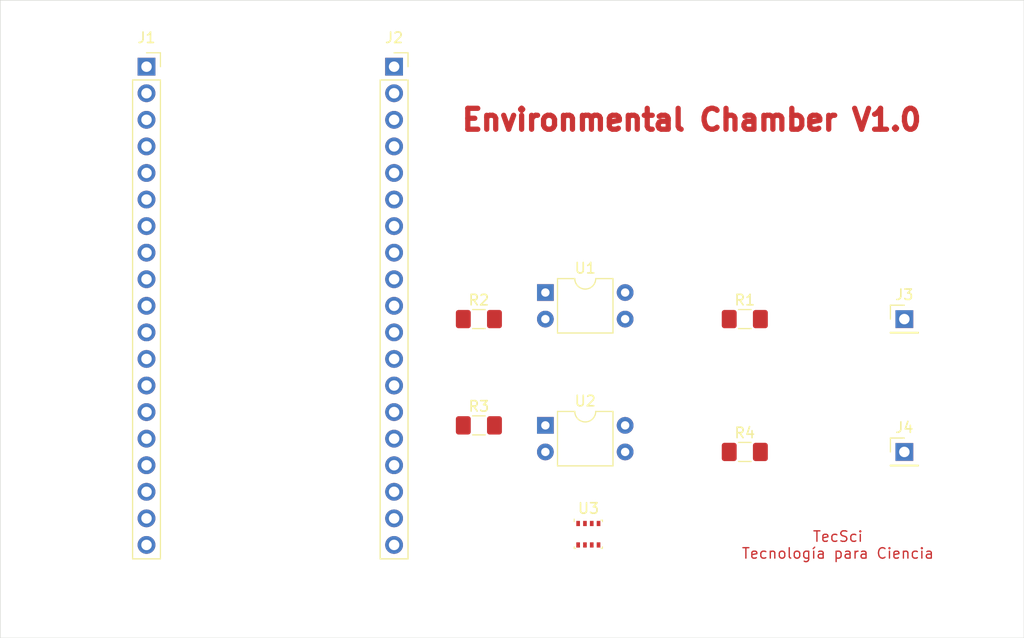
<source format=kicad_pcb>
(kicad_pcb (version 20171130) (host pcbnew "(5.1.4)-1")

  (general
    (thickness 1.6)
    (drawings 7)
    (tracks 0)
    (zones 0)
    (modules 11)
    (nets 50)
  )

  (page A4)
  (layers
    (0 F.Cu signal)
    (31 B.Cu signal)
    (32 B.Adhes user)
    (33 F.Adhes user)
    (34 B.Paste user)
    (35 F.Paste user)
    (36 B.SilkS user)
    (37 F.SilkS user)
    (38 B.Mask user)
    (39 F.Mask user)
    (40 Dwgs.User user)
    (41 Cmts.User user)
    (42 Eco1.User user)
    (43 Eco2.User user)
    (44 Edge.Cuts user)
    (45 Margin user)
    (46 B.CrtYd user)
    (47 F.CrtYd user)
    (48 B.Fab user)
    (49 F.Fab user)
  )

  (setup
    (last_trace_width 0.25)
    (trace_clearance 0.2)
    (zone_clearance 0.508)
    (zone_45_only no)
    (trace_min 0.2)
    (via_size 0.8)
    (via_drill 0.4)
    (via_min_size 0.4)
    (via_min_drill 0.3)
    (uvia_size 0.3)
    (uvia_drill 0.1)
    (uvias_allowed no)
    (uvia_min_size 0.2)
    (uvia_min_drill 0.1)
    (edge_width 0.05)
    (segment_width 0.2)
    (pcb_text_width 0.3)
    (pcb_text_size 1.5 1.5)
    (mod_edge_width 0.12)
    (mod_text_size 1 1)
    (mod_text_width 0.15)
    (pad_size 1.524 1.524)
    (pad_drill 0.762)
    (pad_to_mask_clearance 0.051)
    (solder_mask_min_width 0.25)
    (aux_axis_origin 0 0)
    (visible_elements FFFFFF7F)
    (pcbplotparams
      (layerselection 0x010fc_ffffffff)
      (usegerberextensions false)
      (usegerberattributes false)
      (usegerberadvancedattributes false)
      (creategerberjobfile false)
      (excludeedgelayer true)
      (linewidth 0.100000)
      (plotframeref false)
      (viasonmask false)
      (mode 1)
      (useauxorigin false)
      (hpglpennumber 1)
      (hpglpenspeed 20)
      (hpglpendiameter 15.000000)
      (psnegative false)
      (psa4output false)
      (plotreference true)
      (plotvalue true)
      (plotinvisibletext false)
      (padsonsilk false)
      (subtractmaskfromsilk false)
      (outputformat 1)
      (mirror false)
      (drillshape 1)
      (scaleselection 1)
      (outputdirectory ""))
  )

  (net 0 "")
  (net 1 "Net-(J1-Pad19)")
  (net 2 "Net-(J1-Pad18)")
  (net 3 "Net-(J1-Pad17)")
  (net 4 "Net-(J1-Pad16)")
  (net 5 "Net-(J1-Pad15)")
  (net 6 "Net-(J1-Pad14)")
  (net 7 "Net-(J1-Pad13)")
  (net 8 "Net-(J1-Pad12)")
  (net 9 "Net-(J1-Pad11)")
  (net 10 "Net-(J1-Pad10)")
  (net 11 "Net-(J1-Pad9)")
  (net 12 "Net-(J1-Pad8)")
  (net 13 "Net-(J1-Pad7)")
  (net 14 "Net-(J1-Pad6)")
  (net 15 "Net-(J1-Pad5)")
  (net 16 "Net-(J1-Pad4)")
  (net 17 "Net-(J1-Pad3)")
  (net 18 "Net-(J1-Pad2)")
  (net 19 +3V3)
  (net 20 "Net-(J2-Pad19)")
  (net 21 "Net-(J2-Pad18)")
  (net 22 SCL)
  (net 23 "Net-(J2-Pad16)")
  (net 24 "Net-(J2-Pad15)")
  (net 25 SDA)
  (net 26 "Net-(J2-Pad13)")
  (net 27 "Net-(J2-Pad12)")
  (net 28 "Net-(J2-Pad11)")
  (net 29 "Net-(J2-Pad10)")
  (net 30 "Net-(J2-Pad9)")
  (net 31 "Net-(J2-Pad8)")
  (net 32 "Net-(J2-Pad7)")
  (net 33 "Net-(J2-Pad6)")
  (net 34 "Net-(J2-Pad5)")
  (net 35 "Net-(J2-Pad4)")
  (net 36 "Net-(J2-Pad3)")
  (net 37 "Net-(J2-Pad2)")
  (net 38 GND)
  (net 39 "Net-(J3-Pad1)")
  (net 40 "Net-(J4-Pad1)")
  (net 41 GNDPWR)
  (net 42 "Net-(R2-Pad1)")
  (net 43 "Net-(R3-Pad1)")
  (net 44 +24V)
  (net 45 +12V)
  (net 46 "Net-(U3-Pad5)")
  (net 47 "Net-(U3-Pad6)")
  (net 48 +5V)
  (net 49 "Net-(U3-Pad2)")

  (net_class Default "Esta es la clase de red por defecto."
    (clearance 0.2)
    (trace_width 0.25)
    (via_dia 0.8)
    (via_drill 0.4)
    (uvia_dia 0.3)
    (uvia_drill 0.1)
    (add_net +12V)
    (add_net +24V)
    (add_net +3V3)
    (add_net +5V)
    (add_net GND)
    (add_net GNDPWR)
    (add_net "Net-(J1-Pad10)")
    (add_net "Net-(J1-Pad11)")
    (add_net "Net-(J1-Pad12)")
    (add_net "Net-(J1-Pad13)")
    (add_net "Net-(J1-Pad14)")
    (add_net "Net-(J1-Pad15)")
    (add_net "Net-(J1-Pad16)")
    (add_net "Net-(J1-Pad17)")
    (add_net "Net-(J1-Pad18)")
    (add_net "Net-(J1-Pad19)")
    (add_net "Net-(J1-Pad2)")
    (add_net "Net-(J1-Pad3)")
    (add_net "Net-(J1-Pad4)")
    (add_net "Net-(J1-Pad5)")
    (add_net "Net-(J1-Pad6)")
    (add_net "Net-(J1-Pad7)")
    (add_net "Net-(J1-Pad8)")
    (add_net "Net-(J1-Pad9)")
    (add_net "Net-(J2-Pad10)")
    (add_net "Net-(J2-Pad11)")
    (add_net "Net-(J2-Pad12)")
    (add_net "Net-(J2-Pad13)")
    (add_net "Net-(J2-Pad15)")
    (add_net "Net-(J2-Pad16)")
    (add_net "Net-(J2-Pad18)")
    (add_net "Net-(J2-Pad19)")
    (add_net "Net-(J2-Pad2)")
    (add_net "Net-(J2-Pad3)")
    (add_net "Net-(J2-Pad4)")
    (add_net "Net-(J2-Pad5)")
    (add_net "Net-(J2-Pad6)")
    (add_net "Net-(J2-Pad7)")
    (add_net "Net-(J2-Pad8)")
    (add_net "Net-(J2-Pad9)")
    (add_net "Net-(J3-Pad1)")
    (add_net "Net-(J4-Pad1)")
    (add_net "Net-(R2-Pad1)")
    (add_net "Net-(R3-Pad1)")
    (add_net "Net-(U3-Pad2)")
    (add_net "Net-(U3-Pad5)")
    (add_net "Net-(U3-Pad6)")
    (add_net SCL)
    (add_net SDA)
  )

  (module Package_LGA:Bosch_LGA-8_2.5x2.5mm_P0.65mm_ClockwisePinNumbering (layer F.Cu) (tedit 5A0FA816) (tstamp 5DCB4589)
    (at 157.775 109.465)
    (descr LGA-8)
    (tags "lga land grid array")
    (path /5DCCA1DA)
    (attr smd)
    (fp_text reference U3 (at 0.015 -2.465) (layer F.SilkS)
      (effects (font (size 1 1) (thickness 0.15)))
    )
    (fp_text value BME280 (at 0.015 2.535) (layer F.Fab)
      (effects (font (size 1 1) (thickness 0.15)))
    )
    (fp_line (start 1.41 1.54) (end -1.41 1.54) (layer F.CrtYd) (width 0.05))
    (fp_line (start 1.41 -1.54) (end 1.41 1.54) (layer F.CrtYd) (width 0.05))
    (fp_line (start -1.41 -1.54) (end 1.41 -1.54) (layer F.CrtYd) (width 0.05))
    (fp_line (start -1.41 1.54) (end -1.41 -1.54) (layer F.CrtYd) (width 0.05))
    (fp_line (start 1.25 1.25) (end -1.25 1.25) (layer F.Fab) (width 0.1))
    (fp_line (start 1.25 -1.25) (end 1.25 1.25) (layer F.Fab) (width 0.1))
    (fp_line (start -0.5 -1.25) (end 1.25 -1.25) (layer F.Fab) (width 0.1))
    (fp_line (start -1.25 1.25) (end -1.25 -0.5) (layer F.Fab) (width 0.1))
    (fp_line (start -1.35 -1.2) (end -1.35 -1.45) (layer F.SilkS) (width 0.1))
    (fp_line (start 1.35 -1.35) (end 1.35 -1.2) (layer F.SilkS) (width 0.1))
    (fp_line (start 1.2 -1.35) (end 1.35 -1.35) (layer F.SilkS) (width 0.1))
    (fp_line (start 1.35 1.35) (end 1.2 1.35) (layer F.SilkS) (width 0.1))
    (fp_line (start 1.35 1.35) (end 1.35 1.2) (layer F.SilkS) (width 0.1))
    (fp_line (start -1.35 1.35) (end -1.35 1.2) (layer F.SilkS) (width 0.1))
    (fp_line (start -1.25 -0.5) (end -0.5 -1.25) (layer F.Fab) (width 0.1))
    (fp_line (start -1.35 1.36) (end -1.2 1.36) (layer F.SilkS) (width 0.1))
    (fp_text user %R (at 0 0 180) (layer F.Fab)
      (effects (font (size 0.5 0.5) (thickness 0.075)))
    )
    (pad 5 smd rect (at 0.975 1.025 90) (size 0.5 0.35) (layers F.Cu F.Paste F.Mask)
      (net 46 "Net-(U3-Pad5)"))
    (pad 6 smd rect (at 0.325 1.025 90) (size 0.5 0.35) (layers F.Cu F.Paste F.Mask)
      (net 47 "Net-(U3-Pad6)"))
    (pad 7 smd rect (at -0.325 1.025 90) (size 0.5 0.35) (layers F.Cu F.Paste F.Mask)
      (net 38 GND))
    (pad 8 smd rect (at -0.975 1.025 90) (size 0.5 0.35) (layers F.Cu F.Paste F.Mask)
      (net 48 +5V))
    (pad 1 smd rect (at -0.975 -1.025 90) (size 0.5 0.35) (layers F.Cu F.Paste F.Mask)
      (net 38 GND))
    (pad 2 smd rect (at -0.325 -1.025 90) (size 0.5 0.35) (layers F.Cu F.Paste F.Mask)
      (net 49 "Net-(U3-Pad2)"))
    (pad 3 smd rect (at 0.325 -1.025 90) (size 0.5 0.35) (layers F.Cu F.Paste F.Mask)
      (net 25 SDA))
    (pad 4 smd rect (at 0.975 -1.025 90) (size 0.5 0.35) (layers F.Cu F.Paste F.Mask)
      (net 22 SCL))
    (model ${KISYS3DMOD}/Package_LGA.3dshapes/Bosch_LGA-8_2.5x2.5mm_P0.65mm_ClockwisePinNumbering.wrl
      (offset (xyz 0.01500000025472259 -0.03500000059435272 0))
      (scale (xyz 1 1 1))
      (rotate (xyz 0 0 0))
    )
  )

  (module Package_DIP:DIP-4_W7.62mm (layer F.Cu) (tedit 5A02E8C5) (tstamp 5DCB456C)
    (at 153.67 99.06)
    (descr "4-lead though-hole mounted DIP package, row spacing 7.62 mm (300 mils)")
    (tags "THT DIP DIL PDIP 2.54mm 7.62mm 300mil")
    (path /5DCBD2F2)
    (fp_text reference U2 (at 3.81 -2.33) (layer F.SilkS)
      (effects (font (size 1 1) (thickness 0.15)))
    )
    (fp_text value PC817 (at 3.81 4.87) (layer F.Fab)
      (effects (font (size 1 1) (thickness 0.15)))
    )
    (fp_text user %R (at 3.81 1.27) (layer F.Fab)
      (effects (font (size 1 1) (thickness 0.15)))
    )
    (fp_line (start 8.7 -1.55) (end -1.1 -1.55) (layer F.CrtYd) (width 0.05))
    (fp_line (start 8.7 4.1) (end 8.7 -1.55) (layer F.CrtYd) (width 0.05))
    (fp_line (start -1.1 4.1) (end 8.7 4.1) (layer F.CrtYd) (width 0.05))
    (fp_line (start -1.1 -1.55) (end -1.1 4.1) (layer F.CrtYd) (width 0.05))
    (fp_line (start 6.46 -1.33) (end 4.81 -1.33) (layer F.SilkS) (width 0.12))
    (fp_line (start 6.46 3.87) (end 6.46 -1.33) (layer F.SilkS) (width 0.12))
    (fp_line (start 1.16 3.87) (end 6.46 3.87) (layer F.SilkS) (width 0.12))
    (fp_line (start 1.16 -1.33) (end 1.16 3.87) (layer F.SilkS) (width 0.12))
    (fp_line (start 2.81 -1.33) (end 1.16 -1.33) (layer F.SilkS) (width 0.12))
    (fp_line (start 0.635 -0.27) (end 1.635 -1.27) (layer F.Fab) (width 0.1))
    (fp_line (start 0.635 3.81) (end 0.635 -0.27) (layer F.Fab) (width 0.1))
    (fp_line (start 6.985 3.81) (end 0.635 3.81) (layer F.Fab) (width 0.1))
    (fp_line (start 6.985 -1.27) (end 6.985 3.81) (layer F.Fab) (width 0.1))
    (fp_line (start 1.635 -1.27) (end 6.985 -1.27) (layer F.Fab) (width 0.1))
    (fp_arc (start 3.81 -1.33) (end 2.81 -1.33) (angle -180) (layer F.SilkS) (width 0.12))
    (pad 4 thru_hole oval (at 7.62 0) (size 1.6 1.6) (drill 0.8) (layers *.Cu *.Mask)
      (net 45 +12V))
    (pad 2 thru_hole oval (at 0 2.54) (size 1.6 1.6) (drill 0.8) (layers *.Cu *.Mask)
      (net 38 GND))
    (pad 3 thru_hole oval (at 7.62 2.54) (size 1.6 1.6) (drill 0.8) (layers *.Cu *.Mask)
      (net 40 "Net-(J4-Pad1)"))
    (pad 1 thru_hole rect (at 0 0) (size 1.6 1.6) (drill 0.8) (layers *.Cu *.Mask)
      (net 43 "Net-(R3-Pad1)"))
    (model ${KISYS3DMOD}/Package_DIP.3dshapes/DIP-4_W7.62mm.wrl
      (at (xyz 0 0 0))
      (scale (xyz 1 1 1))
      (rotate (xyz 0 0 0))
    )
  )

  (module Package_DIP:DIP-4_W7.62mm (layer F.Cu) (tedit 5A02E8C5) (tstamp 5DCB4554)
    (at 153.67 86.36)
    (descr "4-lead though-hole mounted DIP package, row spacing 7.62 mm (300 mils)")
    (tags "THT DIP DIL PDIP 2.54mm 7.62mm 300mil")
    (path /5DC61018)
    (fp_text reference U1 (at 3.81 -2.33) (layer F.SilkS)
      (effects (font (size 1 1) (thickness 0.15)))
    )
    (fp_text value PC817 (at 3.81 4.87) (layer F.Fab)
      (effects (font (size 1 1) (thickness 0.15)))
    )
    (fp_text user %R (at 3.81 1.27) (layer F.Fab)
      (effects (font (size 1 1) (thickness 0.15)))
    )
    (fp_line (start 8.7 -1.55) (end -1.1 -1.55) (layer F.CrtYd) (width 0.05))
    (fp_line (start 8.7 4.1) (end 8.7 -1.55) (layer F.CrtYd) (width 0.05))
    (fp_line (start -1.1 4.1) (end 8.7 4.1) (layer F.CrtYd) (width 0.05))
    (fp_line (start -1.1 -1.55) (end -1.1 4.1) (layer F.CrtYd) (width 0.05))
    (fp_line (start 6.46 -1.33) (end 4.81 -1.33) (layer F.SilkS) (width 0.12))
    (fp_line (start 6.46 3.87) (end 6.46 -1.33) (layer F.SilkS) (width 0.12))
    (fp_line (start 1.16 3.87) (end 6.46 3.87) (layer F.SilkS) (width 0.12))
    (fp_line (start 1.16 -1.33) (end 1.16 3.87) (layer F.SilkS) (width 0.12))
    (fp_line (start 2.81 -1.33) (end 1.16 -1.33) (layer F.SilkS) (width 0.12))
    (fp_line (start 0.635 -0.27) (end 1.635 -1.27) (layer F.Fab) (width 0.1))
    (fp_line (start 0.635 3.81) (end 0.635 -0.27) (layer F.Fab) (width 0.1))
    (fp_line (start 6.985 3.81) (end 0.635 3.81) (layer F.Fab) (width 0.1))
    (fp_line (start 6.985 -1.27) (end 6.985 3.81) (layer F.Fab) (width 0.1))
    (fp_line (start 1.635 -1.27) (end 6.985 -1.27) (layer F.Fab) (width 0.1))
    (fp_arc (start 3.81 -1.33) (end 2.81 -1.33) (angle -180) (layer F.SilkS) (width 0.12))
    (pad 4 thru_hole oval (at 7.62 0) (size 1.6 1.6) (drill 0.8) (layers *.Cu *.Mask)
      (net 44 +24V))
    (pad 2 thru_hole oval (at 0 2.54) (size 1.6 1.6) (drill 0.8) (layers *.Cu *.Mask)
      (net 38 GND))
    (pad 3 thru_hole oval (at 7.62 2.54) (size 1.6 1.6) (drill 0.8) (layers *.Cu *.Mask)
      (net 39 "Net-(J3-Pad1)"))
    (pad 1 thru_hole rect (at 0 0) (size 1.6 1.6) (drill 0.8) (layers *.Cu *.Mask)
      (net 42 "Net-(R2-Pad1)"))
    (model ${KISYS3DMOD}/Package_DIP.3dshapes/DIP-4_W7.62mm.wrl
      (at (xyz 0 0 0))
      (scale (xyz 1 1 1))
      (rotate (xyz 0 0 0))
    )
  )

  (module Resistor_SMD:R_1206_3216Metric_Pad1.42x1.75mm_HandSolder (layer F.Cu) (tedit 5B301BBD) (tstamp 5DCB453C)
    (at 172.72 101.6)
    (descr "Resistor SMD 1206 (3216 Metric), square (rectangular) end terminal, IPC_7351 nominal with elongated pad for handsoldering. (Body size source: http://www.tortai-tech.com/upload/download/2011102023233369053.pdf), generated with kicad-footprint-generator")
    (tags "resistor handsolder")
    (path /5DCBD310)
    (attr smd)
    (fp_text reference R4 (at 0 -1.82) (layer F.SilkS)
      (effects (font (size 1 1) (thickness 0.15)))
    )
    (fp_text value 100 (at 0 1.82) (layer F.Fab)
      (effects (font (size 1 1) (thickness 0.15)))
    )
    (fp_text user %R (at 0 0) (layer F.Fab)
      (effects (font (size 0.8 0.8) (thickness 0.12)))
    )
    (fp_line (start 2.45 1.12) (end -2.45 1.12) (layer F.CrtYd) (width 0.05))
    (fp_line (start 2.45 -1.12) (end 2.45 1.12) (layer F.CrtYd) (width 0.05))
    (fp_line (start -2.45 -1.12) (end 2.45 -1.12) (layer F.CrtYd) (width 0.05))
    (fp_line (start -2.45 1.12) (end -2.45 -1.12) (layer F.CrtYd) (width 0.05))
    (fp_line (start -0.602064 0.91) (end 0.602064 0.91) (layer F.SilkS) (width 0.12))
    (fp_line (start -0.602064 -0.91) (end 0.602064 -0.91) (layer F.SilkS) (width 0.12))
    (fp_line (start 1.6 0.8) (end -1.6 0.8) (layer F.Fab) (width 0.1))
    (fp_line (start 1.6 -0.8) (end 1.6 0.8) (layer F.Fab) (width 0.1))
    (fp_line (start -1.6 -0.8) (end 1.6 -0.8) (layer F.Fab) (width 0.1))
    (fp_line (start -1.6 0.8) (end -1.6 -0.8) (layer F.Fab) (width 0.1))
    (pad 2 smd roundrect (at 1.4875 0) (size 1.425 1.75) (layers F.Cu F.Paste F.Mask) (roundrect_rratio 0.175439)
      (net 41 GNDPWR))
    (pad 1 smd roundrect (at -1.4875 0) (size 1.425 1.75) (layers F.Cu F.Paste F.Mask) (roundrect_rratio 0.175439)
      (net 40 "Net-(J4-Pad1)"))
    (model ${KISYS3DMOD}/Resistor_SMD.3dshapes/R_1206_3216Metric.wrl
      (at (xyz 0 0 0))
      (scale (xyz 1 1 1))
      (rotate (xyz 0 0 0))
    )
  )

  (module Resistor_SMD:R_1206_3216Metric_Pad1.42x1.75mm_HandSolder (layer F.Cu) (tedit 5B301BBD) (tstamp 5DCB452B)
    (at 147.32 99.06)
    (descr "Resistor SMD 1206 (3216 Metric), square (rectangular) end terminal, IPC_7351 nominal with elongated pad for handsoldering. (Body size source: http://www.tortai-tech.com/upload/download/2011102023233369053.pdf), generated with kicad-footprint-generator")
    (tags "resistor handsolder")
    (path /5DCBD303)
    (attr smd)
    (fp_text reference R3 (at 0 -1.82) (layer F.SilkS)
      (effects (font (size 1 1) (thickness 0.15)))
    )
    (fp_text value 1.8k (at 0 1.82) (layer F.Fab)
      (effects (font (size 1 1) (thickness 0.15)))
    )
    (fp_text user %R (at 0 0) (layer F.Fab)
      (effects (font (size 0.8 0.8) (thickness 0.12)))
    )
    (fp_line (start 2.45 1.12) (end -2.45 1.12) (layer F.CrtYd) (width 0.05))
    (fp_line (start 2.45 -1.12) (end 2.45 1.12) (layer F.CrtYd) (width 0.05))
    (fp_line (start -2.45 -1.12) (end 2.45 -1.12) (layer F.CrtYd) (width 0.05))
    (fp_line (start -2.45 1.12) (end -2.45 -1.12) (layer F.CrtYd) (width 0.05))
    (fp_line (start -0.602064 0.91) (end 0.602064 0.91) (layer F.SilkS) (width 0.12))
    (fp_line (start -0.602064 -0.91) (end 0.602064 -0.91) (layer F.SilkS) (width 0.12))
    (fp_line (start 1.6 0.8) (end -1.6 0.8) (layer F.Fab) (width 0.1))
    (fp_line (start 1.6 -0.8) (end 1.6 0.8) (layer F.Fab) (width 0.1))
    (fp_line (start -1.6 -0.8) (end 1.6 -0.8) (layer F.Fab) (width 0.1))
    (fp_line (start -1.6 0.8) (end -1.6 -0.8) (layer F.Fab) (width 0.1))
    (pad 2 smd roundrect (at 1.4875 0) (size 1.425 1.75) (layers F.Cu F.Paste F.Mask) (roundrect_rratio 0.175439)
      (net 7 "Net-(J1-Pad13)"))
    (pad 1 smd roundrect (at -1.4875 0) (size 1.425 1.75) (layers F.Cu F.Paste F.Mask) (roundrect_rratio 0.175439)
      (net 43 "Net-(R3-Pad1)"))
    (model ${KISYS3DMOD}/Resistor_SMD.3dshapes/R_1206_3216Metric.wrl
      (at (xyz 0 0 0))
      (scale (xyz 1 1 1))
      (rotate (xyz 0 0 0))
    )
  )

  (module Resistor_SMD:R_1206_3216Metric_Pad1.42x1.75mm_HandSolder (layer F.Cu) (tedit 5B301BBD) (tstamp 5DCB451A)
    (at 147.32 88.9)
    (descr "Resistor SMD 1206 (3216 Metric), square (rectangular) end terminal, IPC_7351 nominal with elongated pad for handsoldering. (Body size source: http://www.tortai-tech.com/upload/download/2011102023233369053.pdf), generated with kicad-footprint-generator")
    (tags "resistor handsolder")
    (path /5DC6E775)
    (attr smd)
    (fp_text reference R2 (at 0 -1.82) (layer F.SilkS)
      (effects (font (size 1 1) (thickness 0.15)))
    )
    (fp_text value 1.8k (at -3.21 -1.86) (layer F.Fab)
      (effects (font (size 1 1) (thickness 0.15)))
    )
    (fp_text user %R (at 0 0) (layer F.Fab)
      (effects (font (size 0.8 0.8) (thickness 0.12)))
    )
    (fp_line (start 2.45 1.12) (end -2.45 1.12) (layer F.CrtYd) (width 0.05))
    (fp_line (start 2.45 -1.12) (end 2.45 1.12) (layer F.CrtYd) (width 0.05))
    (fp_line (start -2.45 -1.12) (end 2.45 -1.12) (layer F.CrtYd) (width 0.05))
    (fp_line (start -2.45 1.12) (end -2.45 -1.12) (layer F.CrtYd) (width 0.05))
    (fp_line (start -0.602064 0.91) (end 0.602064 0.91) (layer F.SilkS) (width 0.12))
    (fp_line (start -0.602064 -0.91) (end 0.602064 -0.91) (layer F.SilkS) (width 0.12))
    (fp_line (start 1.6 0.8) (end -1.6 0.8) (layer F.Fab) (width 0.1))
    (fp_line (start 1.6 -0.8) (end 1.6 0.8) (layer F.Fab) (width 0.1))
    (fp_line (start -1.6 -0.8) (end 1.6 -0.8) (layer F.Fab) (width 0.1))
    (fp_line (start -1.6 0.8) (end -1.6 -0.8) (layer F.Fab) (width 0.1))
    (pad 2 smd roundrect (at 1.4875 0) (size 1.425 1.75) (layers F.Cu F.Paste F.Mask) (roundrect_rratio 0.175439)
      (net 6 "Net-(J1-Pad14)"))
    (pad 1 smd roundrect (at -1.4875 0) (size 1.425 1.75) (layers F.Cu F.Paste F.Mask) (roundrect_rratio 0.175439)
      (net 42 "Net-(R2-Pad1)"))
    (model ${KISYS3DMOD}/Resistor_SMD.3dshapes/R_1206_3216Metric.wrl
      (at (xyz 0 0 0))
      (scale (xyz 1 1 1))
      (rotate (xyz 0 0 0))
    )
  )

  (module Resistor_SMD:R_1206_3216Metric_Pad1.42x1.75mm_HandSolder (layer F.Cu) (tedit 5B301BBD) (tstamp 5DCB4509)
    (at 172.72 88.9)
    (descr "Resistor SMD 1206 (3216 Metric), square (rectangular) end terminal, IPC_7351 nominal with elongated pad for handsoldering. (Body size source: http://www.tortai-tech.com/upload/download/2011102023233369053.pdf), generated with kicad-footprint-generator")
    (tags "resistor handsolder")
    (path /5DC67A74)
    (attr smd)
    (fp_text reference R1 (at 0 -1.82) (layer F.SilkS)
      (effects (font (size 1 1) (thickness 0.15)))
    )
    (fp_text value 100 (at 0 1.82) (layer F.Fab)
      (effects (font (size 1 1) (thickness 0.15)))
    )
    (fp_text user %R (at 0 0) (layer F.Fab)
      (effects (font (size 0.8 0.8) (thickness 0.12)))
    )
    (fp_line (start 2.45 1.12) (end -2.45 1.12) (layer F.CrtYd) (width 0.05))
    (fp_line (start 2.45 -1.12) (end 2.45 1.12) (layer F.CrtYd) (width 0.05))
    (fp_line (start -2.45 -1.12) (end 2.45 -1.12) (layer F.CrtYd) (width 0.05))
    (fp_line (start -2.45 1.12) (end -2.45 -1.12) (layer F.CrtYd) (width 0.05))
    (fp_line (start -0.602064 0.91) (end 0.602064 0.91) (layer F.SilkS) (width 0.12))
    (fp_line (start -0.602064 -0.91) (end 0.602064 -0.91) (layer F.SilkS) (width 0.12))
    (fp_line (start 1.6 0.8) (end -1.6 0.8) (layer F.Fab) (width 0.1))
    (fp_line (start 1.6 -0.8) (end 1.6 0.8) (layer F.Fab) (width 0.1))
    (fp_line (start -1.6 -0.8) (end 1.6 -0.8) (layer F.Fab) (width 0.1))
    (fp_line (start -1.6 0.8) (end -1.6 -0.8) (layer F.Fab) (width 0.1))
    (pad 2 smd roundrect (at 1.4875 0) (size 1.425 1.75) (layers F.Cu F.Paste F.Mask) (roundrect_rratio 0.175439)
      (net 41 GNDPWR))
    (pad 1 smd roundrect (at -1.4875 0) (size 1.425 1.75) (layers F.Cu F.Paste F.Mask) (roundrect_rratio 0.175439)
      (net 39 "Net-(J3-Pad1)"))
    (model ${KISYS3DMOD}/Resistor_SMD.3dshapes/R_1206_3216Metric.wrl
      (at (xyz 0 0 0))
      (scale (xyz 1 1 1))
      (rotate (xyz 0 0 0))
    )
  )

  (module Connector_PinHeader_2.54mm:PinHeader_1x01_P2.54mm_Vertical (layer F.Cu) (tedit 59FED5CC) (tstamp 5DCB44F8)
    (at 187.96 101.6)
    (descr "Through hole straight pin header, 1x01, 2.54mm pitch, single row")
    (tags "Through hole pin header THT 1x01 2.54mm single row")
    (path /5DCE4B30)
    (fp_text reference J4 (at 0 -2.33) (layer F.SilkS)
      (effects (font (size 1 1) (thickness 0.15)))
    )
    (fp_text value Conn_01x01_Male (at 0 2.33) (layer F.Fab)
      (effects (font (size 1 1) (thickness 0.15)))
    )
    (fp_text user %R (at 0 0 90) (layer F.Fab)
      (effects (font (size 1 1) (thickness 0.15)))
    )
    (fp_line (start 1.8 -1.8) (end -1.8 -1.8) (layer F.CrtYd) (width 0.05))
    (fp_line (start 1.8 1.8) (end 1.8 -1.8) (layer F.CrtYd) (width 0.05))
    (fp_line (start -1.8 1.8) (end 1.8 1.8) (layer F.CrtYd) (width 0.05))
    (fp_line (start -1.8 -1.8) (end -1.8 1.8) (layer F.CrtYd) (width 0.05))
    (fp_line (start -1.33 -1.33) (end 0 -1.33) (layer F.SilkS) (width 0.12))
    (fp_line (start -1.33 0) (end -1.33 -1.33) (layer F.SilkS) (width 0.12))
    (fp_line (start -1.33 1.27) (end 1.33 1.27) (layer F.SilkS) (width 0.12))
    (fp_line (start 1.33 1.27) (end 1.33 1.33) (layer F.SilkS) (width 0.12))
    (fp_line (start -1.33 1.27) (end -1.33 1.33) (layer F.SilkS) (width 0.12))
    (fp_line (start -1.33 1.33) (end 1.33 1.33) (layer F.SilkS) (width 0.12))
    (fp_line (start -1.27 -0.635) (end -0.635 -1.27) (layer F.Fab) (width 0.1))
    (fp_line (start -1.27 1.27) (end -1.27 -0.635) (layer F.Fab) (width 0.1))
    (fp_line (start 1.27 1.27) (end -1.27 1.27) (layer F.Fab) (width 0.1))
    (fp_line (start 1.27 -1.27) (end 1.27 1.27) (layer F.Fab) (width 0.1))
    (fp_line (start -0.635 -1.27) (end 1.27 -1.27) (layer F.Fab) (width 0.1))
    (pad 1 thru_hole rect (at 0 0) (size 1.7 1.7) (drill 1) (layers *.Cu *.Mask)
      (net 40 "Net-(J4-Pad1)"))
    (model ${KISYS3DMOD}/Connector_PinHeader_2.54mm.3dshapes/PinHeader_1x01_P2.54mm_Vertical.wrl
      (at (xyz 0 0 0))
      (scale (xyz 1 1 1))
      (rotate (xyz 0 0 0))
    )
  )

  (module Connector_PinHeader_2.54mm:PinHeader_1x01_P2.54mm_Vertical (layer F.Cu) (tedit 59FED5CC) (tstamp 5DCB44E3)
    (at 187.96 88.9)
    (descr "Through hole straight pin header, 1x01, 2.54mm pitch, single row")
    (tags "Through hole pin header THT 1x01 2.54mm single row")
    (path /5DCE3EB4)
    (fp_text reference J3 (at 0 -2.33) (layer F.SilkS)
      (effects (font (size 1 1) (thickness 0.15)))
    )
    (fp_text value Conn_01x01_Male (at 0 2.33) (layer F.Fab)
      (effects (font (size 1 1) (thickness 0.15)))
    )
    (fp_text user %R (at 0 0 90) (layer F.Fab)
      (effects (font (size 1 1) (thickness 0.15)))
    )
    (fp_line (start 1.8 -1.8) (end -1.8 -1.8) (layer F.CrtYd) (width 0.05))
    (fp_line (start 1.8 1.8) (end 1.8 -1.8) (layer F.CrtYd) (width 0.05))
    (fp_line (start -1.8 1.8) (end 1.8 1.8) (layer F.CrtYd) (width 0.05))
    (fp_line (start -1.8 -1.8) (end -1.8 1.8) (layer F.CrtYd) (width 0.05))
    (fp_line (start -1.33 -1.33) (end 0 -1.33) (layer F.SilkS) (width 0.12))
    (fp_line (start -1.33 0) (end -1.33 -1.33) (layer F.SilkS) (width 0.12))
    (fp_line (start -1.33 1.27) (end 1.33 1.27) (layer F.SilkS) (width 0.12))
    (fp_line (start 1.33 1.27) (end 1.33 1.33) (layer F.SilkS) (width 0.12))
    (fp_line (start -1.33 1.27) (end -1.33 1.33) (layer F.SilkS) (width 0.12))
    (fp_line (start -1.33 1.33) (end 1.33 1.33) (layer F.SilkS) (width 0.12))
    (fp_line (start -1.27 -0.635) (end -0.635 -1.27) (layer F.Fab) (width 0.1))
    (fp_line (start -1.27 1.27) (end -1.27 -0.635) (layer F.Fab) (width 0.1))
    (fp_line (start 1.27 1.27) (end -1.27 1.27) (layer F.Fab) (width 0.1))
    (fp_line (start 1.27 -1.27) (end 1.27 1.27) (layer F.Fab) (width 0.1))
    (fp_line (start -0.635 -1.27) (end 1.27 -1.27) (layer F.Fab) (width 0.1))
    (pad 1 thru_hole rect (at 0 0) (size 1.7 1.7) (drill 1) (layers *.Cu *.Mask)
      (net 39 "Net-(J3-Pad1)"))
    (model ${KISYS3DMOD}/Connector_PinHeader_2.54mm.3dshapes/PinHeader_1x01_P2.54mm_Vertical.wrl
      (at (xyz 0 0 0))
      (scale (xyz 1 1 1))
      (rotate (xyz 0 0 0))
    )
  )

  (module Connector_PinSocket_2.54mm:PinSocket_1x19_P2.54mm_Vertical (layer F.Cu) (tedit 5A19A430) (tstamp 5DCB44CE)
    (at 139.22 64.77)
    (descr "Through hole straight socket strip, 1x19, 2.54mm pitch, single row (from Kicad 4.0.7), script generated")
    (tags "Through hole socket strip THT 1x19 2.54mm single row")
    (path /5DCA8418)
    (fp_text reference J2 (at 0 -2.77) (layer F.SilkS)
      (effects (font (size 1 1) (thickness 0.15)))
    )
    (fp_text value Conn_01x19 (at 0 48.49) (layer F.Fab)
      (effects (font (size 1 1) (thickness 0.15)))
    )
    (fp_text user %R (at 0 22.86 90) (layer F.Fab)
      (effects (font (size 1 1) (thickness 0.15)))
    )
    (fp_line (start -1.8 47.5) (end -1.8 -1.8) (layer F.CrtYd) (width 0.05))
    (fp_line (start 1.75 47.5) (end -1.8 47.5) (layer F.CrtYd) (width 0.05))
    (fp_line (start 1.75 -1.8) (end 1.75 47.5) (layer F.CrtYd) (width 0.05))
    (fp_line (start -1.8 -1.8) (end 1.75 -1.8) (layer F.CrtYd) (width 0.05))
    (fp_line (start 0 -1.33) (end 1.33 -1.33) (layer F.SilkS) (width 0.12))
    (fp_line (start 1.33 -1.33) (end 1.33 0) (layer F.SilkS) (width 0.12))
    (fp_line (start 1.33 1.27) (end 1.33 47.05) (layer F.SilkS) (width 0.12))
    (fp_line (start -1.33 47.05) (end 1.33 47.05) (layer F.SilkS) (width 0.12))
    (fp_line (start -1.33 1.27) (end -1.33 47.05) (layer F.SilkS) (width 0.12))
    (fp_line (start -1.33 1.27) (end 1.33 1.27) (layer F.SilkS) (width 0.12))
    (fp_line (start -1.27 46.99) (end -1.27 -1.27) (layer F.Fab) (width 0.1))
    (fp_line (start 1.27 46.99) (end -1.27 46.99) (layer F.Fab) (width 0.1))
    (fp_line (start 1.27 -0.635) (end 1.27 46.99) (layer F.Fab) (width 0.1))
    (fp_line (start 0.635 -1.27) (end 1.27 -0.635) (layer F.Fab) (width 0.1))
    (fp_line (start -1.27 -1.27) (end 0.635 -1.27) (layer F.Fab) (width 0.1))
    (pad 19 thru_hole oval (at 0 45.72) (size 1.7 1.7) (drill 1) (layers *.Cu *.Mask)
      (net 20 "Net-(J2-Pad19)"))
    (pad 18 thru_hole oval (at 0 43.18) (size 1.7 1.7) (drill 1) (layers *.Cu *.Mask)
      (net 21 "Net-(J2-Pad18)"))
    (pad 17 thru_hole oval (at 0 40.64) (size 1.7 1.7) (drill 1) (layers *.Cu *.Mask)
      (net 22 SCL))
    (pad 16 thru_hole oval (at 0 38.1) (size 1.7 1.7) (drill 1) (layers *.Cu *.Mask)
      (net 23 "Net-(J2-Pad16)"))
    (pad 15 thru_hole oval (at 0 35.56) (size 1.7 1.7) (drill 1) (layers *.Cu *.Mask)
      (net 24 "Net-(J2-Pad15)"))
    (pad 14 thru_hole oval (at 0 33.02) (size 1.7 1.7) (drill 1) (layers *.Cu *.Mask)
      (net 25 SDA))
    (pad 13 thru_hole oval (at 0 30.48) (size 1.7 1.7) (drill 1) (layers *.Cu *.Mask)
      (net 26 "Net-(J2-Pad13)"))
    (pad 12 thru_hole oval (at 0 27.94) (size 1.7 1.7) (drill 1) (layers *.Cu *.Mask)
      (net 27 "Net-(J2-Pad12)"))
    (pad 11 thru_hole oval (at 0 25.4) (size 1.7 1.7) (drill 1) (layers *.Cu *.Mask)
      (net 28 "Net-(J2-Pad11)"))
    (pad 10 thru_hole oval (at 0 22.86) (size 1.7 1.7) (drill 1) (layers *.Cu *.Mask)
      (net 29 "Net-(J2-Pad10)"))
    (pad 9 thru_hole oval (at 0 20.32) (size 1.7 1.7) (drill 1) (layers *.Cu *.Mask)
      (net 30 "Net-(J2-Pad9)"))
    (pad 8 thru_hole oval (at 0 17.78) (size 1.7 1.7) (drill 1) (layers *.Cu *.Mask)
      (net 31 "Net-(J2-Pad8)"))
    (pad 7 thru_hole oval (at 0 15.24) (size 1.7 1.7) (drill 1) (layers *.Cu *.Mask)
      (net 32 "Net-(J2-Pad7)"))
    (pad 6 thru_hole oval (at 0 12.7) (size 1.7 1.7) (drill 1) (layers *.Cu *.Mask)
      (net 33 "Net-(J2-Pad6)"))
    (pad 5 thru_hole oval (at 0 10.16) (size 1.7 1.7) (drill 1) (layers *.Cu *.Mask)
      (net 34 "Net-(J2-Pad5)"))
    (pad 4 thru_hole oval (at 0 7.62) (size 1.7 1.7) (drill 1) (layers *.Cu *.Mask)
      (net 35 "Net-(J2-Pad4)"))
    (pad 3 thru_hole oval (at 0 5.08) (size 1.7 1.7) (drill 1) (layers *.Cu *.Mask)
      (net 36 "Net-(J2-Pad3)"))
    (pad 2 thru_hole oval (at 0 2.54) (size 1.7 1.7) (drill 1) (layers *.Cu *.Mask)
      (net 37 "Net-(J2-Pad2)"))
    (pad 1 thru_hole rect (at 0 0) (size 1.7 1.7) (drill 1) (layers *.Cu *.Mask)
      (net 38 GND))
    (model ${KISYS3DMOD}/Connector_PinSocket_2.54mm.3dshapes/PinSocket_1x19_P2.54mm_Vertical.wrl
      (at (xyz 0 0 0))
      (scale (xyz 1 1 1))
      (rotate (xyz 0 0 0))
    )
  )

  (module Connector_PinSocket_2.54mm:PinSocket_1x19_P2.54mm_Vertical (layer F.Cu) (tedit 5A19A430) (tstamp 5DCB44A7)
    (at 115.57 64.77)
    (descr "Through hole straight socket strip, 1x19, 2.54mm pitch, single row (from Kicad 4.0.7), script generated")
    (tags "Through hole socket strip THT 1x19 2.54mm single row")
    (path /5DCB1082)
    (fp_text reference J1 (at 0 -2.77) (layer F.SilkS)
      (effects (font (size 1 1) (thickness 0.15)))
    )
    (fp_text value Conn_01x19 (at 0 48.49) (layer F.Fab)
      (effects (font (size 1 1) (thickness 0.15)))
    )
    (fp_text user %R (at 0 22.86 90) (layer F.Fab)
      (effects (font (size 1 1) (thickness 0.15)))
    )
    (fp_line (start -1.8 47.5) (end -1.8 -1.8) (layer F.CrtYd) (width 0.05))
    (fp_line (start 1.75 47.5) (end -1.8 47.5) (layer F.CrtYd) (width 0.05))
    (fp_line (start 1.75 -1.8) (end 1.75 47.5) (layer F.CrtYd) (width 0.05))
    (fp_line (start -1.8 -1.8) (end 1.75 -1.8) (layer F.CrtYd) (width 0.05))
    (fp_line (start 0 -1.33) (end 1.33 -1.33) (layer F.SilkS) (width 0.12))
    (fp_line (start 1.33 -1.33) (end 1.33 0) (layer F.SilkS) (width 0.12))
    (fp_line (start 1.33 1.27) (end 1.33 47.05) (layer F.SilkS) (width 0.12))
    (fp_line (start -1.33 47.05) (end 1.33 47.05) (layer F.SilkS) (width 0.12))
    (fp_line (start -1.33 1.27) (end -1.33 47.05) (layer F.SilkS) (width 0.12))
    (fp_line (start -1.33 1.27) (end 1.33 1.27) (layer F.SilkS) (width 0.12))
    (fp_line (start -1.27 46.99) (end -1.27 -1.27) (layer F.Fab) (width 0.1))
    (fp_line (start 1.27 46.99) (end -1.27 46.99) (layer F.Fab) (width 0.1))
    (fp_line (start 1.27 -0.635) (end 1.27 46.99) (layer F.Fab) (width 0.1))
    (fp_line (start 0.635 -1.27) (end 1.27 -0.635) (layer F.Fab) (width 0.1))
    (fp_line (start -1.27 -1.27) (end 0.635 -1.27) (layer F.Fab) (width 0.1))
    (pad 19 thru_hole oval (at 0 45.72) (size 1.7 1.7) (drill 1) (layers *.Cu *.Mask)
      (net 1 "Net-(J1-Pad19)"))
    (pad 18 thru_hole oval (at 0 43.18) (size 1.7 1.7) (drill 1) (layers *.Cu *.Mask)
      (net 2 "Net-(J1-Pad18)"))
    (pad 17 thru_hole oval (at 0 40.64) (size 1.7 1.7) (drill 1) (layers *.Cu *.Mask)
      (net 3 "Net-(J1-Pad17)"))
    (pad 16 thru_hole oval (at 0 38.1) (size 1.7 1.7) (drill 1) (layers *.Cu *.Mask)
      (net 4 "Net-(J1-Pad16)"))
    (pad 15 thru_hole oval (at 0 35.56) (size 1.7 1.7) (drill 1) (layers *.Cu *.Mask)
      (net 5 "Net-(J1-Pad15)"))
    (pad 14 thru_hole oval (at 0 33.02) (size 1.7 1.7) (drill 1) (layers *.Cu *.Mask)
      (net 6 "Net-(J1-Pad14)"))
    (pad 13 thru_hole oval (at 0 30.48) (size 1.7 1.7) (drill 1) (layers *.Cu *.Mask)
      (net 7 "Net-(J1-Pad13)"))
    (pad 12 thru_hole oval (at 0 27.94) (size 1.7 1.7) (drill 1) (layers *.Cu *.Mask)
      (net 8 "Net-(J1-Pad12)"))
    (pad 11 thru_hole oval (at 0 25.4) (size 1.7 1.7) (drill 1) (layers *.Cu *.Mask)
      (net 9 "Net-(J1-Pad11)"))
    (pad 10 thru_hole oval (at 0 22.86) (size 1.7 1.7) (drill 1) (layers *.Cu *.Mask)
      (net 10 "Net-(J1-Pad10)"))
    (pad 9 thru_hole oval (at 0 20.32) (size 1.7 1.7) (drill 1) (layers *.Cu *.Mask)
      (net 11 "Net-(J1-Pad9)"))
    (pad 8 thru_hole oval (at 0 17.78) (size 1.7 1.7) (drill 1) (layers *.Cu *.Mask)
      (net 12 "Net-(J1-Pad8)"))
    (pad 7 thru_hole oval (at 0 15.24) (size 1.7 1.7) (drill 1) (layers *.Cu *.Mask)
      (net 13 "Net-(J1-Pad7)"))
    (pad 6 thru_hole oval (at 0 12.7) (size 1.7 1.7) (drill 1) (layers *.Cu *.Mask)
      (net 14 "Net-(J1-Pad6)"))
    (pad 5 thru_hole oval (at 0 10.16) (size 1.7 1.7) (drill 1) (layers *.Cu *.Mask)
      (net 15 "Net-(J1-Pad5)"))
    (pad 4 thru_hole oval (at 0 7.62) (size 1.7 1.7) (drill 1) (layers *.Cu *.Mask)
      (net 16 "Net-(J1-Pad4)"))
    (pad 3 thru_hole oval (at 0 5.08) (size 1.7 1.7) (drill 1) (layers *.Cu *.Mask)
      (net 17 "Net-(J1-Pad3)"))
    (pad 2 thru_hole oval (at 0 2.54) (size 1.7 1.7) (drill 1) (layers *.Cu *.Mask)
      (net 18 "Net-(J1-Pad2)"))
    (pad 1 thru_hole rect (at 0 0) (size 1.7 1.7) (drill 1) (layers *.Cu *.Mask)
      (net 19 +3V3))
    (model ${KISYS3DMOD}/Connector_PinSocket_2.54mm.3dshapes/PinSocket_1x19_P2.54mm_Vertical.wrl
      (at (xyz 0 0 0))
      (scale (xyz 1 1 1))
      (rotate (xyz 0 0 0))
    )
  )

  (gr_line (start 101.6 119.38) (end 101.6 118.11) (layer Edge.Cuts) (width 0.05) (tstamp 5DCB4E24))
  (gr_line (start 199.39 119.38) (end 101.6 119.38) (layer Edge.Cuts) (width 0.05))
  (gr_line (start 199.39 58.42) (end 199.39 119.38) (layer Edge.Cuts) (width 0.05))
  (gr_line (start 101.6 58.42) (end 199.39 58.42) (layer Edge.Cuts) (width 0.05))
  (gr_line (start 101.6 58.42) (end 101.6 118.11) (layer Edge.Cuts) (width 0.05))
  (gr_text "TecSci\nTecnología para Ciencia\n" (at 181.61 110.49) (layer F.Cu)
    (effects (font (size 1 1)))
  )
  (gr_text "Environmental Chamber V1.0" (at 167.64 69.85) (layer F.Cu)
    (effects (font (size 2 2) (thickness 0.5)))
  )

)

</source>
